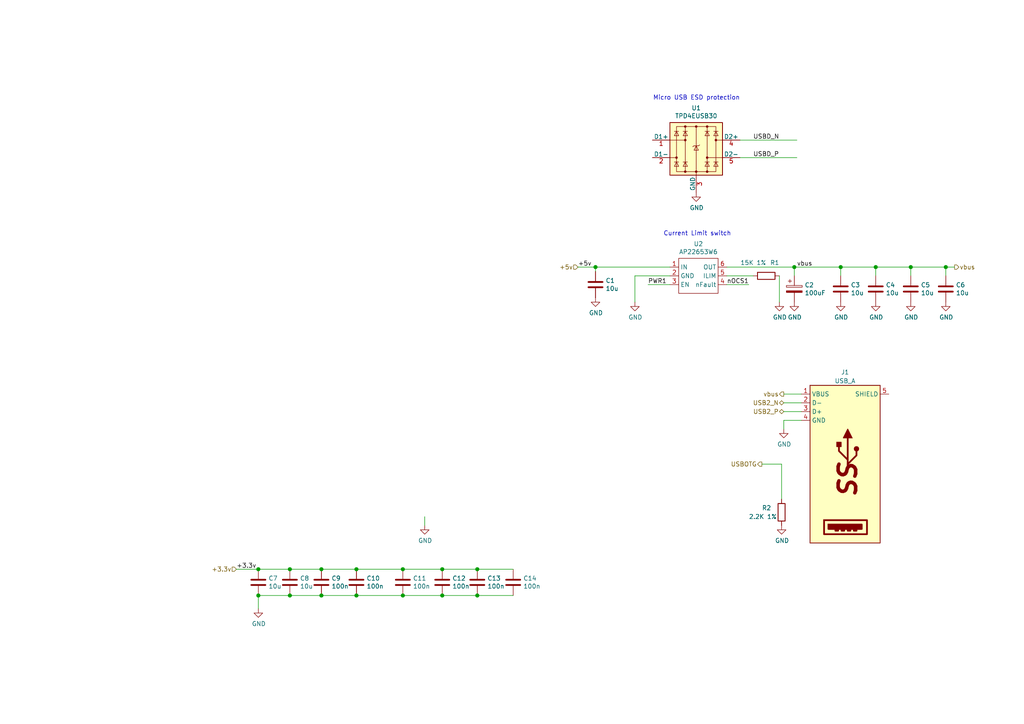
<source format=kicad_sch>
(kicad_sch (version 20210406) (generator eeschema)
  (paper "A4")
  (title_block (title "Compute Module 4 IO Board - USB") (rev "1") (company "(c) Raspberry Pi Trading 2020") (comment 1 "www.raspberrypi.org"))
  (lib_symbols
    (symbol "CM4IO:AP2553W6"
      (property "Reference" "U" (at 3.81 -6.35 0))
      (property "Value" "AP2553W6" (at -3.81 -6.35 0))
      (symbol "AP2553W6_0_0"
        (pin power_in line (at -8.89 2.54 0) (length 2.54) (name "IN") (number "1"))
        (pin power_out line (at -8.89 0 0) (length 2.54) (name "GND") (number "2"))
        (pin input line (at -8.89 -2.54 0) (length 2.54) (name "EN") (number "3"))
        (pin open_collector line (at 7.62 -2.54 180) (length 2.54) (name "nFault") (number "4"))
        (pin passive line (at 7.62 0 180) (length 2.54) (name "ILIM") (number "5"))
        (pin power_out line (at 7.62 2.54 180) (length 2.54) (name "OUT") (number "6"))
      )
      (symbol "AP2553W6_0_1"
        (rectangle (start -6.35 5.08) (end 5.08 -5.08))
      )
    )
    (symbol "CM4IO:TPD4EUSB30" (pin_names (offset 0))
      (property "Reference" "U" (at -0.635 8.89 0))
      (property "Value" "TPD4EUSB30" (at 8.89 -10.16 0))
      (symbol "TPD4EUSB30_0_0"
        (rectangle (start -5.715 6.477) (end 5.715 -6.604))
        (polyline (pts (xy -3.175 -6.604) (xy -3.175 6.477)))
        (polyline (pts (xy 0 6.477) (xy 0 -6.604)))
        (polyline (pts (xy 3.175 6.477) (xy 3.175 -6.604)))
      )
      (symbol "TPD4EUSB30_0_1"
        (circle (center -5.715 -2.54) (radius 0.2794) (fill (type outline)))
        (circle (center -3.175 -6.604) (radius 0.2794) (fill (type outline)))
        (circle (center -3.175 2.54) (radius 0.2794) (fill (type outline)))
        (circle (center -3.175 6.477) (radius 0.2794) (fill (type outline)))
        (circle (center 0 -6.604) (radius 0.2794) (fill (type outline)))
        (circle (center 0 6.477) (radius 0.2794) (fill (type outline)))
        (circle (center 3.175 -6.604) (radius 0.2794) (fill (type outline)))
        (circle (center 3.175 -2.54) (radius 0.2794) (fill (type outline)))
        (circle (center 3.175 6.477) (radius 0.2794) (fill (type outline)))
        (circle (center 5.715 2.54) (radius 0.2794) (fill (type outline)))
        (rectangle (start -7.62 7.62) (end 7.62 -7.62) (stroke (width 0.254)) (fill (type background)))
        (polyline (pts (xy -7.747 2.54) (xy -3.175 2.54)))
        (polyline (pts (xy -7.62 -2.54) (xy -5.715 -2.54)))
        (polyline (pts (xy -5.08 -3.81) (xy -6.35 -3.81)))
        (polyline (pts (xy -5.08 5.08) (xy -6.35 5.08)))
        (polyline (pts (xy -2.54 -3.81) (xy -3.81 -3.81)))
        (polyline (pts (xy -2.54 5.08) (xy -3.81 5.08)))
        (polyline (pts (xy -0.635 0.889) (xy -1.016 0.635)))
        (polyline (pts (xy 0 -6.604) (xy 0 -7.62)))
        (polyline (pts (xy 0.635 0.889) (xy -0.635 0.889)))
        (polyline (pts (xy 0.635 0.889) (xy 1.016 1.143)))
        (polyline (pts (xy 3.81 -3.81) (xy 2.54 -3.81)))
        (polyline (pts (xy 3.81 5.08) (xy 2.54 5.08)))
        (polyline (pts (xy 6.35 -3.81) (xy 5.08 -3.81)))
        (polyline (pts (xy 6.35 5.08) (xy 5.08 5.08)))
        (polyline (pts (xy 7.62 -2.54) (xy 3.175 -2.54)))
        (polyline (pts (xy 7.62 2.54) (xy 5.715 2.54)))
        (polyline (pts (xy -5.08 -5.08) (xy -6.35 -5.08) (xy -5.715 -3.81) (xy -5.08 -5.08)))
        (polyline (pts (xy -5.08 3.81) (xy -6.35 3.81) (xy -5.715 5.08) (xy -5.08 3.81)))
        (polyline (pts (xy -2.54 -5.08) (xy -3.81 -5.08) (xy -3.175 -3.81) (xy -2.54 -5.08)))
        (polyline (pts (xy -2.54 3.81) (xy -3.81 3.81) (xy -3.175 5.08) (xy -2.54 3.81)))
        (polyline (pts (xy 0.635 -0.381) (xy -0.635 -0.381) (xy 0 0.889) (xy 0.635 -0.381)))
        (polyline (pts (xy 3.81 -5.08) (xy 2.54 -5.08) (xy 3.175 -3.81) (xy 3.81 -5.08)))
        (polyline (pts (xy 3.81 3.81) (xy 2.54 3.81) (xy 3.175 5.08) (xy 3.81 3.81)))
        (polyline (pts (xy 6.35 -5.08) (xy 5.08 -5.08) (xy 5.715 -3.81) (xy 6.35 -5.08)))
        (polyline (pts (xy 6.35 3.81) (xy 5.08 3.81) (xy 5.715 5.08) (xy 6.35 3.81)))
      )
      (symbol "TPD4EUSB30_1_1"
        (pin passive line (at -12.7 2.54 0) (length 5.08) (name "D1+") (number "1"))
        (pin passive line (at -12.7 2.54 0) (length 5.08) hide (name "~") (number "10"))
        (pin passive line (at -12.7 -2.54 0) (length 5.08) (name "D1-") (number "2"))
        (pin power_in line (at 0 -12.7 90) (length 5.08) (name "GND") (number "3"))
        (pin passive line (at 12.7 2.54 180) (length 5.08) (name "D2+") (number "4"))
        (pin passive line (at 12.7 -2.54 180) (length 5.08) (name "D2-") (number "5"))
        (pin passive line (at 12.7 -2.54 180) (length 5.08) hide (name "~") (number "6"))
        (pin passive line (at 12.7 2.54 180) (length 5.08) hide (name "~") (number "7"))
        (pin passive line (at 0 -12.7 90) (length 5.08) hide (name "GND") (number "8"))
        (pin passive line (at -12.7 -2.54 0) (length 5.08) hide (name "~") (number "9"))
      )
    )
    (symbol "CM4IO:USB_A"
      (property "Reference" "J" (at -11.43 29.21 0))
      (property "Value" "USB_A" (at 8.89 29.21 0))
      (symbol "USB_A_1_1"
        (circle (center 2.032 8.255) (radius 0.635) (stroke (width 0.254)) (fill (type outline)))
        (text "SS" (at -0.508 -0.635 900) (effects (font (size 5.08 5.08) bold italic)))
        (rectangle (start -7.366 -12.446) (end 5.08 -16.51) (stroke (width 0.508)))
        (rectangle (start -4.064 -15.24) (end -3.302 -15.494) (stroke (width 0.508)))
        (rectangle (start -2.286 -15.24) (end -1.524 -15.494) (stroke (width 0.508)))
        (rectangle (start -0.508 -15.24) (end 0.254 -15.494) (stroke (width 0.508)))
        (rectangle (start 1.27 -15.24) (end 2.032 -15.494) (stroke (width 0.508)))
        (rectangle (start -6.096 -13.716) (end 3.556 -14.986) (stroke (width 0.508)) (fill (type outline)))
        (rectangle (start -2.413 8.89) (end -3.683 10.16) (stroke (width 0.254)) (fill (type outline)))
        (rectangle (start -11.43 26.67) (end 8.89 -19.05) (stroke (width 0.254)) (fill (type background)))
        (polyline (pts (xy -0.508 2.54) (xy -0.508 11.43)) (stroke (width 0.508)))
        (polyline (pts (xy -0.508 3.81) (xy 2.032 6.35) (xy 2.032 7.62)) (stroke (width 0.508)))
        (polyline (pts (xy -0.508 5.08) (xy -3.048 7.62) (xy -3.048 8.89)) (stroke (width 0.508)))
        (polyline (pts (xy 0.762 11.43) (xy -0.508 13.97) (xy -1.778 11.43) (xy 0.762 11.43)) (stroke (width 0.254)) (fill (type outline)))
        (pin power_in line (at -13.97 24.13 0) (length 2.54) (name "VBUS") (number "1"))
        (pin bidirectional line (at -13.97 21.59 0) (length 2.54) (name "D-") (number "2"))
        (pin bidirectional line (at -13.97 19.05 0) (length 2.54) (name "D+") (number "3"))
        (pin power_in line (at -13.97 16.51 0) (length 2.54) (name "GND") (number "4"))
        (pin passive line (at 11.43 24.13 180) (length 2.54) (name "SHIELD") (number "5"))
      )
    )
    (symbol "Device:C" (pin_numbers hide) (pin_names (offset 0.254))
      (property "Reference" "C" (at 0.635 2.54 0))
      (property "Value" "C" (at 0.635 -2.54 0))
      (symbol "C_0_1"
        (polyline (pts (xy -2.032 -0.762) (xy 2.032 -0.762)) (stroke (width 0.508)))
        (polyline (pts (xy -2.032 0.762) (xy 2.032 0.762)) (stroke (width 0.508)))
      )
      (symbol "C_1_1"
        (pin passive line (at 0 3.81 270) (length 2.794) (name "~") (number "1"))
        (pin passive line (at 0 -3.81 90) (length 2.794) (name "~") (number "2"))
      )
    )
    (symbol "Device:CP" (pin_numbers hide) (pin_names (offset 0.254))
      (property "Reference" "C" (at 0.635 2.54 0))
      (property "Value" "CP" (at 0.635 -2.54 0))
      (symbol "CP_0_1"
        (rectangle (start -2.286 0.508) (end 2.286 1.016))
        (rectangle (start 2.286 -0.508) (end -2.286 -1.016) (fill (type outline)))
        (polyline (pts (xy -1.778 2.286) (xy -0.762 2.286)))
        (polyline (pts (xy -1.27 2.794) (xy -1.27 1.778)))
      )
      (symbol "CP_1_1"
        (pin passive line (at 0 3.81 270) (length 2.794) (name "~") (number "1"))
        (pin passive line (at 0 -3.81 90) (length 2.794) (name "~") (number "2"))
      )
    )
    (symbol "Device:R" (pin_numbers hide) (pin_names (offset 0))
      (property "Reference" "R" (at 2.032 0 90))
      (property "Value" "R" (at 0 0 90))
      (symbol "R_0_1"
        (rectangle (start -1.016 -2.54) (end 1.016 2.54) (stroke (width 0.254)))
      )
      (symbol "R_1_1"
        (pin passive line (at 0 3.81 270) (length 1.27) (name "~") (number "1"))
        (pin passive line (at 0 -3.81 90) (length 1.27) (name "~") (number "2"))
      )
    )
    (symbol "power:GND" (power) (pin_names (offset 0))
      (property "Value" "GND" (at 0 -3.81 0))
      (symbol "GND_0_1"
        (polyline (pts (xy 0 0) (xy 0 -1.27) (xy 1.27 -1.27) (xy 0 -2.54) (xy -1.27 -1.27) (xy 0 -1.27)))
      )
      (symbol "GND_1_1"
        (pin power_in line (at 0 0 270) (length 0) hide (name "GND") (number "1"))
      )
    )
  )
  (junction (at 74.93 165.1) (diameter 1.016))
  (junction (at 74.93 172.72) (diameter 1.016))
  (junction (at 84.074 165.1) (diameter 1.016))
  (junction (at 84.074 172.72) (diameter 1.016))
  (junction (at 93.218 165.1) (diameter 1.016))
  (junction (at 93.218 172.72) (diameter 1.016))
  (junction (at 103.378 165.1) (diameter 1.016))
  (junction (at 103.378 172.72) (diameter 1.016))
  (junction (at 116.84 165.1) (diameter 1.016))
  (junction (at 116.84 172.72) (diameter 1.016))
  (junction (at 128.27 165.1) (diameter 1.016))
  (junction (at 128.27 172.72) (diameter 1.016))
  (junction (at 138.43 165.1) (diameter 1.016))
  (junction (at 138.43 172.72) (diameter 1.016))
  (junction (at 172.72 77.47) (diameter 1.016))
  (junction (at 230.378 77.47) (diameter 1.016))
  (junction (at 243.84 77.47) (diameter 1.016))
  (junction (at 254 77.47) (diameter 1.016))
  (junction (at 264.16 77.47) (diameter 1.016))
  (junction (at 274.32 77.47) (diameter 1.016))
  (wire (pts (xy 68.58 165.1) (xy 74.93 165.1)))
  (wire (pts (xy 74.93 165.1) (xy 84.074 165.1)))
  (wire (pts (xy 74.93 172.72) (xy 84.074 172.72)))
  (wire (pts (xy 74.93 176.53) (xy 74.93 172.72)))
  (wire (pts (xy 84.074 165.1) (xy 93.218 165.1)))
  (wire (pts (xy 84.074 172.72) (xy 93.218 172.72)))
  (wire (pts (xy 93.218 165.1) (xy 103.378 165.1)))
  (wire (pts (xy 93.218 172.72) (xy 103.378 172.72)))
  (wire (pts (xy 103.378 165.1) (xy 116.84 165.1)))
  (wire (pts (xy 103.378 172.72) (xy 116.84 172.72)))
  (wire (pts (xy 116.84 165.1) (xy 128.27 165.1)))
  (wire (pts (xy 116.84 172.72) (xy 128.27 172.72)))
  (wire (pts (xy 123.19 149.86) (xy 123.19 152.4)))
  (wire (pts (xy 128.27 165.1) (xy 138.43 165.1)))
  (wire (pts (xy 128.27 172.72) (xy 138.43 172.72)))
  (wire (pts (xy 138.43 165.1) (xy 148.844 165.1)))
  (wire (pts (xy 138.43 172.72) (xy 148.844 172.72)))
  (wire (pts (xy 167.64 77.47) (xy 172.72 77.47)))
  (wire (pts (xy 172.72 77.47) (xy 194.31 77.47)))
  (wire (pts (xy 172.72 78.74) (xy 172.72 77.47)))
  (wire (pts (xy 184.15 80.01) (xy 184.15 87.63)))
  (wire (pts (xy 187.96 82.55) (xy 194.31 82.55)))
  (wire (pts (xy 194.31 80.01) (xy 184.15 80.01)))
  (wire (pts (xy 210.82 77.47) (xy 230.378 77.47)))
  (wire (pts (xy 210.82 80.01) (xy 218.44 80.01)))
  (wire (pts (xy 210.82 82.55) (xy 217.17 82.55)))
  (wire (pts (xy 214.63 40.64) (xy 231.14 40.64)))
  (wire (pts (xy 214.63 45.72) (xy 231.14 45.72)))
  (wire (pts (xy 220.98 134.62) (xy 226.695 134.62)))
  (wire (pts (xy 226.06 80.01) (xy 226.06 87.63)))
  (wire (pts (xy 226.695 134.62) (xy 226.695 144.78)))
  (wire (pts (xy 227.33 114.3) (xy 232.41 114.3)))
  (wire (pts (xy 227.33 116.84) (xy 232.41 116.84)))
  (wire (pts (xy 227.33 119.38) (xy 232.41 119.38)))
  (wire (pts (xy 227.33 121.92) (xy 227.33 124.46)))
  (wire (pts (xy 227.33 121.92) (xy 232.41 121.92)))
  (wire (pts (xy 230.378 77.47) (xy 230.378 80.01)))
  (wire (pts (xy 230.378 77.47) (xy 243.84 77.47)))
  (wire (pts (xy 243.84 77.47) (xy 254 77.47)))
  (wire (pts (xy 243.84 80.01) (xy 243.84 77.47)))
  (wire (pts (xy 254 77.47) (xy 254 80.01)))
  (wire (pts (xy 254 77.47) (xy 264.16 77.47)))
  (wire (pts (xy 264.16 77.47) (xy 264.16 80.01)))
  (wire (pts (xy 264.16 77.47) (xy 274.32 77.47)))
  (wire (pts (xy 274.32 77.47) (xy 276.86 77.47)))
  (wire (pts (xy 274.32 80.01) (xy 274.32 77.47)))
  (text "Current Limit switch" (at 212.09 68.58 180) (effects (font (size 1.27 1.27)) (justify right bottom)))
  (text "Micro USB ESD protection" (at 214.63 29.21 180) (effects (font (size 1.27 1.27)) (justify right bottom)))
  (label "+3.3v" (at 68.58 165.1 0))
  (label "+5v" (at 167.64 77.47 0))
  (label "PWR1" (at 187.96 82.55 0))
  (label "nOCS1" (at 210.82 82.55 0))
  (label "USBD_N" (at 218.44 40.64 0))
  (label "USBD_P" (at 218.44 45.72 0))
  (label "vbus" (at 231.14 77.47 0))
  (hierarchical_label "+3.3v" (shape input) (at 68.58 165.1 180))
  (hierarchical_label "+5v" (shape input) (at 167.64 77.47 180))
  (hierarchical_label "USBOTG" (shape output) (at 220.98 134.62 180))
  (hierarchical_label "vbus" (shape output) (at 227.33 114.3 180))
  (hierarchical_label "USB2_N" (shape bidirectional) (at 227.33 116.84 180))
  (hierarchical_label "USB2_P" (shape bidirectional) (at 227.33 119.38 180))
  (hierarchical_label "vbus" (shape output) (at 276.86 77.47 0))
  (symbol (lib_id "power:GND") (at 74.93 176.53 0) (unit 1)
    (property "Reference" "#PWR013" (effects hide))
    (property "Value" "GND" (at 75.057 180.9242 0))
  )
  (symbol (lib_id "power:GND") (at 123.19 152.4 0) (unit 1)
    (property "Reference" "#PWR011" (effects hide))
    (property "Value" "GND" (at 123.317 156.7942 0))
  )
  (symbol (lib_id "power:GND") (at 172.72 86.36 0) (unit 1)
    (property "Reference" "#PWR02" (effects hide))
    (property "Value" "GND" (at 172.847 90.7542 0))
  )
  (symbol (lib_id "power:GND") (at 184.15 87.63 0) (unit 1)
    (property "Reference" "#PWR03" (effects hide))
    (property "Value" "GND" (at 184.277 92.0242 0))
  )
  (symbol (lib_id "power:GND") (at 201.93 55.88 0) (unit 1)
    (property "Reference" "#PWR01" (effects hide))
    (property "Value" "GND" (at 202.057 60.2742 0))
  )
  (symbol (lib_id "power:GND") (at 226.06 87.63 0) (unit 1)
    (property "Reference" "#PWR04" (effects hide))
    (property "Value" "GND" (at 226.187 92.0242 0))
  )
  (symbol (lib_id "power:GND") (at 226.695 152.4 0) (unit 1)
    (property "Reference" "#PWR012" (effects hide))
    (property "Value" "GND" (at 226.822 156.7942 0))
  )
  (symbol (lib_id "power:GND") (at 227.33 124.46 0) (unit 1)
    (property "Reference" "#PWR010" (effects hide))
    (property "Value" "GND" (at 227.457 128.8542 0))
  )
  (symbol (lib_id "power:GND") (at 230.378 87.63 0) (unit 1)
    (property "Reference" "#PWR05" (effects hide))
    (property "Value" "GND" (at 230.505 92.0242 0))
  )
  (symbol (lib_id "power:GND") (at 243.84 87.63 0) (unit 1)
    (property "Reference" "#PWR06" (effects hide))
    (property "Value" "GND" (at 243.967 92.0242 0))
  )
  (symbol (lib_id "power:GND") (at 254 87.63 0) (unit 1)
    (property "Reference" "#PWR07" (effects hide))
    (property "Value" "GND" (at 254.127 92.0242 0))
  )
  (symbol (lib_id "power:GND") (at 264.16 87.63 0) (unit 1)
    (property "Reference" "#PWR08" (effects hide))
    (property "Value" "GND" (at 264.287 92.0242 0))
  )
  (symbol (lib_id "power:GND") (at 274.32 87.63 0) (unit 1)
    (property "Reference" "#PWR09" (effects hide))
    (property "Value" "GND" (at 274.447 92.0242 0))
  )
  (symbol (lib_id "Device:R") (at 222.25 80.01 90) (unit 1)
    (property "Reference" "R1" (at 226.06 76.2 90) (effects (justify left)))
    (property "Value" "15K 1%" (at 222.25 76.2 90) (effects (justify left)))
    (property "Footprint" "Resistor_SMD:R_0402_1005Metric" (effects hide))
    (property "Datasheet" "https://fscdn.rohm.com/en/products/databook/datasheet/passive/resistor/chip_resistor/mcr-e.pdf" (effects hide))
    (property "Field4" "Farnell" (effects hide))
    (property "Field5" "9239375" (effects hide))
    (property "Field6" "MCR01MZPF1502" (effects hide))
    (property "Field7" "Rohm" (effects hide))
    (property "Part Description" "Resistor 15K M1005 1% 63mW" (effects hide))
    (property "Field8" "120891581" (effects hide))
  )
  (symbol (lib_id "Device:R") (at 226.695 148.59 0) (unit 1)
    (property "Reference" "R2" (at 220.98 147.32 0) (effects (justify left)))
    (property "Value" "2.2K 1%" (at 217.17 149.86 0) (effects (justify left)))
    (property "Footprint" "Resistor_SMD:R_0402_1005Metric" (effects hide))
    (property "Datasheet" "https://fscdn.rohm.com/en/products/databook/datasheet/passive/resistor/chip_resistor/mcr-e.pdf" (effects hide))
    (property "Field4" "Farnell" (effects hide))
    (property "Field5" "9239278" (effects hide))
    (property "Field7" "KOA EUROPE GMBH" (effects hide))
    (property "Field6" "RK73G1ETQTP2201D         " (effects hide))
    (property "Part Description" "Resistor 2.2K M1005 1% 63mW" (effects hide))
    (property "Field8" "120889581" (effects hide))
  )
  (symbol (lib_id "Device:C") (at 74.93 168.91 0) (unit 1)
    (property "Reference" "C7" (at 77.851 167.7416 0) (effects (justify left)))
    (property "Value" "10u" (at 77.851 170.053 0) (effects (justify left)))
    (property "Footprint" "Capacitor_SMD:C_0805_2012Metric" (effects hide))
    (property "Datasheet" "https://search.murata.co.jp/Ceramy/image/img/A01X/G101/ENG/GRM21BR71A106KA73-01.pdf" (effects hide))
    (property "Field5" "490-14381-1-ND" (effects hide))
    (property "Field4" "Digikey" (effects hide))
    (property "Field6" "GRM21BR71A106KA73L" (effects hide))
    (property "Field7" "Murata" (effects hide))
    (property "Part Description" "	10uF 10% 10V Ceramic Capacitor X7R 0805 (2012 Metric)" (effects hide))
    (property "Field8" "111893011" (effects hide))
  )
  (symbol (lib_id "Device:C") (at 84.074 168.91 0) (unit 1)
    (property "Reference" "C8" (at 86.995 167.7416 0) (effects (justify left)))
    (property "Value" "10u" (at 86.995 170.053 0) (effects (justify left)))
    (property "Footprint" "Capacitor_SMD:C_0805_2012Metric" (effects hide))
    (property "Datasheet" "https://search.murata.co.jp/Ceramy/image/img/A01X/G101/ENG/GRM21BR71A106KA73-01.pdf" (effects hide))
    (property "Field5" "490-14381-1-ND" (effects hide))
    (property "Field4" "Digikey" (effects hide))
    (property "Field6" "GRM21BR71A106KA73L" (effects hide))
    (property "Field7" "Murata" (effects hide))
    (property "Part Description" "	10uF 10% 10V Ceramic Capacitor X7R 0805 (2012 Metric)" (effects hide))
    (property "Field8" "111893011" (effects hide))
  )
  (symbol (lib_id "Device:C") (at 93.218 168.91 0) (unit 1)
    (property "Reference" "C9" (at 96.139 167.7416 0) (effects (justify left)))
    (property "Value" "100n" (at 96.139 170.053 0) (effects (justify left)))
    (property "Footprint" "Capacitor_SMD:C_0402_1005Metric" (effects hide))
    (property "Datasheet" "https://search.murata.co.jp/Ceramy/image/img/A01X/G101/ENG/GRM155R71C104KA88-01.pdf" (effects hide))
    (property "Field4" "Farnell" (effects hide))
    (property "Field5" "2611911" (effects hide))
    (property "Field6" "RM EMK105 B7104KV-F" (effects hide))
    (property "Field7" "TAIYO YUDEN EUROPE GMBH" (effects hide))
    (property "Part Description" "	0.1uF 10% 16V Ceramic Capacitor X7R 0402 (1005 Metric)" (effects hide))
    (property "Field8" "110091611" (effects hide))
  )
  (symbol (lib_id "Device:C") (at 103.378 168.91 0) (unit 1)
    (property "Reference" "C10" (at 106.299 167.7416 0) (effects (justify left)))
    (property "Value" "100n" (at 106.299 170.053 0) (effects (justify left)))
    (property "Footprint" "Capacitor_SMD:C_0402_1005Metric" (effects hide))
    (property "Datasheet" "https://search.murata.co.jp/Ceramy/image/img/A01X/G101/ENG/GRM155R71C104KA88-01.pdf" (effects hide))
    (property "Field4" "Farnell" (effects hide))
    (property "Field5" "2611911" (effects hide))
    (property "Field6" "RM EMK105 B7104KV-F" (effects hide))
    (property "Field7" "TAIYO YUDEN EUROPE GMBH" (effects hide))
    (property "Part Description" "	0.1uF 10% 16V Ceramic Capacitor X7R 0402 (1005 Metric)" (effects hide))
    (property "Field8" "110091611" (effects hide))
  )
  (symbol (lib_id "Device:C") (at 116.84 168.91 0) (unit 1)
    (property "Reference" "C11" (at 119.761 167.7416 0) (effects (justify left)))
    (property "Value" "100n" (at 119.761 170.053 0) (effects (justify left)))
    (property "Footprint" "Capacitor_SMD:C_0402_1005Metric" (effects hide))
    (property "Datasheet" "https://search.murata.co.jp/Ceramy/image/img/A01X/G101/ENG/GRM155R71C104KA88-01.pdf" (effects hide))
    (property "Field4" "Farnell" (effects hide))
    (property "Field5" "2611911" (effects hide))
    (property "Field6" "RM EMK105 B7104KV-F" (effects hide))
    (property "Field7" "TAIYO YUDEN EUROPE GMBH" (effects hide))
    (property "Part Description" "	0.1uF 10% 16V Ceramic Capacitor X7R 0402 (1005 Metric)" (effects hide))
    (property "Field8" "110091611" (effects hide))
  )
  (symbol (lib_id "Device:C") (at 128.27 168.91 0) (unit 1)
    (property "Reference" "C12" (at 131.191 167.7416 0) (effects (justify left)))
    (property "Value" "100n" (at 131.191 170.053 0) (effects (justify left)))
    (property "Footprint" "Capacitor_SMD:C_0402_1005Metric" (effects hide))
    (property "Datasheet" "https://search.murata.co.jp/Ceramy/image/img/A01X/G101/ENG/GRM155R71C104KA88-01.pdf" (effects hide))
    (property "Field4" "Farnell" (effects hide))
    (property "Field5" "2611911" (effects hide))
    (property "Field6" "RM EMK105 B7104KV-F" (effects hide))
    (property "Field7" "TAIYO YUDEN EUROPE GMBH" (effects hide))
    (property "Part Description" "	0.1uF 10% 16V Ceramic Capacitor X7R 0402 (1005 Metric)" (effects hide))
    (property "Field8" "110091611" (effects hide))
  )
  (symbol (lib_id "Device:C") (at 138.43 168.91 0) (unit 1)
    (property "Reference" "C13" (at 141.351 167.7416 0) (effects (justify left)))
    (property "Value" "100n" (at 141.351 170.053 0) (effects (justify left)))
    (property "Footprint" "Capacitor_SMD:C_0402_1005Metric" (effects hide))
    (property "Datasheet" "https://search.murata.co.jp/Ceramy/image/img/A01X/G101/ENG/GRM155R71C104KA88-01.pdf" (effects hide))
    (property "Field4" "Farnell" (effects hide))
    (property "Field5" "2611911" (effects hide))
    (property "Field6" "RM EMK105 B7104KV-F" (effects hide))
    (property "Field7" "TAIYO YUDEN EUROPE GMBH" (effects hide))
    (property "Part Description" "	0.1uF 10% 16V Ceramic Capacitor X7R 0402 (1005 Metric)" (effects hide))
    (property "Field8" "110091611" (effects hide))
  )
  (symbol (lib_id "Device:C") (at 148.844 168.91 0) (unit 1)
    (property "Reference" "C14" (at 151.765 167.7416 0) (effects (justify left)))
    (property "Value" "100n" (at 151.765 170.053 0) (effects (justify left)))
    (property "Footprint" "Capacitor_SMD:C_0402_1005Metric" (effects hide))
    (property "Datasheet" "https://search.murata.co.jp/Ceramy/image/img/A01X/G101/ENG/GRM155R71C104KA88-01.pdf" (effects hide))
    (property "Field4" "Farnell" (effects hide))
    (property "Field5" "2611911" (effects hide))
    (property "Field6" "RM EMK105 B7104KV-F" (effects hide))
    (property "Field7" "TAIYO YUDEN EUROPE GMBH" (effects hide))
    (property "Part Description" "	0.1uF 10% 16V Ceramic Capacitor X7R 0402 (1005 Metric)" (effects hide))
    (property "Field8" "110091611" (effects hide))
  )
  (symbol (lib_id "Device:C") (at 172.72 82.55 0) (unit 1)
    (property "Reference" "C1" (at 175.641 81.3816 0) (effects (justify left)))
    (property "Value" "10u" (at 175.641 83.693 0) (effects (justify left)))
    (property "Footprint" "Capacitor_SMD:C_0805_2012Metric" (effects hide))
    (property "Datasheet" "https://search.murata.co.jp/Ceramy/image/img/A01X/G101/ENG/GRM21BR71A106KA73-01.pdf" (effects hide))
    (property "Field5" "490-14381-1-ND" (effects hide))
    (property "Field4" "Digikey" (effects hide))
    (property "Field6" "GRM21BR71A106KA73L" (effects hide))
    (property "Field7" "Murata" (effects hide))
    (property "Part Description" "	10uF 10% 10V Ceramic Capacitor X7R 0805 (2012 Metric)" (effects hide))
    (property "Field8" "111893011" (effects hide))
  )
  (symbol (lib_id "Device:CP") (at 230.378 83.82 0) (unit 1)
    (property "Reference" "C2" (at 233.3752 82.677 0) (effects (justify left)))
    (property "Value" "100uF" (at 233.3752 84.963 0) (effects (justify left)))
    (property "Footprint" "Capacitor_Tantalum_SMD:CP_EIA-7343-31_Kemet-D" (effects hide))
    (property "Field4" "Mouser" (effects hide))
    (property "Field5" "667-EEF-CX0J101R" (effects hide))
    (property "Part Description" "Capacitor, SP-Cap, 100u, 6.3V, 15mR ESR" (effects hide))
  )
  (symbol (lib_id "Device:C") (at 243.84 83.82 0) (unit 1)
    (property "Reference" "C3" (at 246.761 82.6516 0) (effects (justify left)))
    (property "Value" "10u" (at 246.761 84.963 0) (effects (justify left)))
    (property "Footprint" "Capacitor_SMD:C_0805_2012Metric" (effects hide))
    (property "Datasheet" "https://search.murata.co.jp/Ceramy/image/img/A01X/G101/ENG/GRM21BR71A106KA73-01.pdf" (effects hide))
    (property "Field5" "490-14381-1-ND" (effects hide))
    (property "Field4" "Digikey" (effects hide))
    (property "Field6" "GRM21BR71A106KA73L" (effects hide))
    (property "Field7" "Murata" (effects hide))
    (property "Part Description" "	10uF 10% 10V Ceramic Capacitor X7R 0805 (2012 Metric)" (effects hide))
    (property "Field8" "111893011" (effects hide))
  )
  (symbol (lib_id "Device:C") (at 254 83.82 0) (unit 1)
    (property "Reference" "C4" (at 256.921 82.6516 0) (effects (justify left)))
    (property "Value" "10u" (at 256.921 84.963 0) (effects (justify left)))
    (property "Footprint" "Capacitor_SMD:C_0805_2012Metric" (effects hide))
    (property "Datasheet" "https://search.murata.co.jp/Ceramy/image/img/A01X/G101/ENG/GRM21BR71A106KA73-01.pdf" (effects hide))
    (property "Field5" "490-14381-1-ND" (effects hide))
    (property "Field4" "Digikey" (effects hide))
    (property "Field6" "GRM21BR71A106KA73L" (effects hide))
    (property "Field7" "Murata" (effects hide))
    (property "Part Description" "	10uF 10% 10V Ceramic Capacitor X7R 0805 (2012 Metric)" (effects hide))
    (property "Field8" "111893011" (effects hide))
  )
  (symbol (lib_id "Device:C") (at 264.16 83.82 0) (unit 1)
    (property "Reference" "C5" (at 267.081 82.6516 0) (effects (justify left)))
    (property "Value" "10u" (at 267.081 84.963 0) (effects (justify left)))
    (property "Footprint" "Capacitor_SMD:C_0805_2012Metric" (effects hide))
    (property "Datasheet" "https://search.murata.co.jp/Ceramy/image/img/A01X/G101/ENG/GRM21BR71A106KA73-01.pdf" (effects hide))
    (property "Field5" "490-14381-1-ND" (effects hide))
    (property "Field4" "Digikey" (effects hide))
    (property "Field6" "GRM21BR71A106KA73L" (effects hide))
    (property "Field7" "Murata" (effects hide))
    (property "Part Description" "	10uF 10% 10V Ceramic Capacitor X7R 0805 (2012 Metric)" (effects hide))
    (property "Field8" "111893011" (effects hide))
  )
  (symbol (lib_id "Device:C") (at 274.32 83.82 0) (unit 1)
    (property "Reference" "C6" (at 277.241 82.6516 0) (effects (justify left)))
    (property "Value" "10u" (at 277.241 84.963 0) (effects (justify left)))
    (property "Footprint" "Capacitor_SMD:C_0805_2012Metric" (effects hide))
    (property "Datasheet" "https://search.murata.co.jp/Ceramy/image/img/A01X/G101/ENG/GRM21BR71A106KA73-01.pdf" (effects hide))
    (property "Field5" "490-14381-1-ND" (effects hide))
    (property "Field4" "Digikey" (effects hide))
    (property "Field6" "GRM21BR71A106KA73L" (effects hide))
    (property "Field7" "Murata" (effects hide))
    (property "Part Description" "	10uF 10% 10V Ceramic Capacitor X7R 0805 (2012 Metric)" (effects hide))
    (property "Field8" "111893011" (effects hide))
  )
  (symbol (lib_id "CM4IO:AP2553W6") (at 203.2 80.01 0) (unit 1)
    (property "Reference" "U2" (at 202.565 70.739 0))
    (property "Value" "AP22653W6" (at 202.565 73.0504 0))
    (property "Footprint" "Package_TO_SOT_SMD:SOT-23-6" (effects hide))
    (property "Datasheet" "https://www.diodes.com/assets/Datasheets/AP255x.pdf" (effects hide))
    (property "Field4" "Digikey" (effects hide))
    (property "Field5" "	31-AP22653W6-7CT-ND" (effects hide))
    (property "Field6" "AP22653W6" (effects hide))
    (property "Field7" "Diodes" (effects hide))
    (property "Part Description" "	Power Switch/Driver 1:1 P-Channel 2.1A SOT-23-6" (effects hide))
  )
  (symbol (lib_id "CM4IO:TPD4EUSB30") (at 201.93 43.18 0) (unit 1)
    (property "Reference" "U1" (at 201.93 31.3182 0))
    (property "Value" "TPD4EUSB30" (at 201.93 33.6296 0))
    (property "Footprint" "Package_SON:USON-10_2.5x1.0mm_P0.5mm" (effects hide))
    (property "Datasheet" "http://www.ti.com/lit/ds/symlink/tpd2eusb30a.pdf" (effects hide))
    (property "Field4" "Farnell" (effects hide))
    (property "Field5" "2335455" (effects hide))
    (property "Field6" "CDDFN10-3324P-13" (effects hide))
    (property "Field7" "Bourns" (effects hide))
    (property "Field8" "UDIO00346" (effects hide))
    (property "Part Description" "Quad TVS diode for high speed signals (USB3, GigE etc.)" (effects hide))
  )
  (symbol (lib_id "CM4IO:USB_A") (at 246.38 138.43 0) (unit 1)
    (property "Reference" "J1" (at 245.11 107.95 0))
    (property "Value" "USB_A" (at 245.11 110.49 0))
  )
)
</source>
